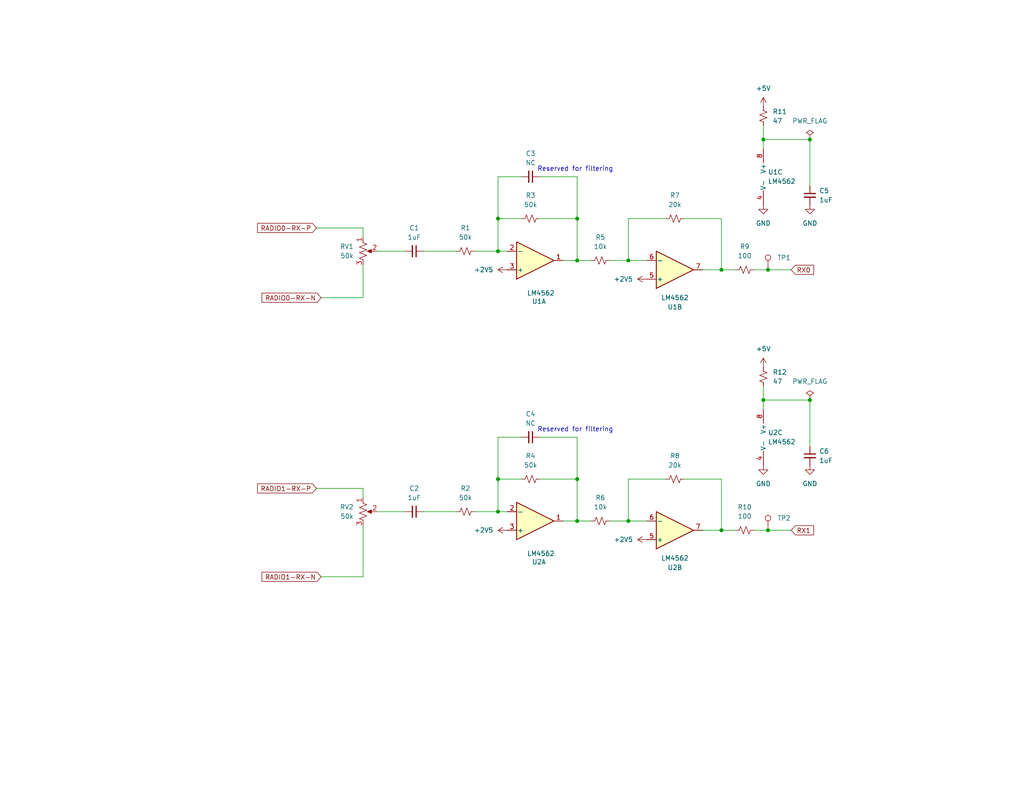
<source format=kicad_sch>
(kicad_sch (version 20231120) (generator "eeschema") (generator_version "8.0")
  (paper "USLetter")
  (title_block (title "Simple Repeater Controller") (date "2025-01-16") (rev "1") (company "KC1FSZ") (comment 1 "Copyright (C) 2025") (comment 2 "For Non-Commercial Use Only"))
  (lib_symbols
    (symbol "Amplifier_Operational:LM4562" (pin_names (offset 0.127))
      (property "Reference" "U" (at 0 5.08 0))
      (property "Value" "LM4562" (at 0 -5.08 0))
      (symbol "LM4562_1_1"
        (polyline (pts (xy -5.08 5.08) (xy 5.08 0) (xy -5.08 -5.08) (xy -5.08 5.08)) (stroke (width 0.254)) (fill (type background)))
        (pin output line (at 7.62 0 180) (length 2.54) (name "~") (number "1"))
        (pin input line (at -7.62 -2.54 0) (length 2.54) (name "-") (number "2"))
        (pin input line (at -7.62 2.54 0) (length 2.54) (name "+") (number "3"))
      )
      (symbol "LM4562_2_1"
        (polyline (pts (xy -5.08 5.08) (xy 5.08 0) (xy -5.08 -5.08) (xy -5.08 5.08)) (stroke (width 0.254)) (fill (type background)))
        (pin input line (at -7.62 2.54 0) (length 2.54) (name "+") (number "5"))
        (pin input line (at -7.62 -2.54 0) (length 2.54) (name "-") (number "6"))
        (pin output line (at 7.62 0 180) (length 2.54) (name "~") (number "7"))
      )
      (symbol "LM4562_3_1"
        (pin power_in line (at -2.54 -7.62 90) (length 3.81) (name "V-") (number "4"))
        (pin power_in line (at -2.54 7.62 270) (length 3.81) (name "V+") (number "8"))
      )
    )
    (symbol "Connector:TestPoint" (pin_numbers hide) (pin_names (offset 0.762) hide)
      (property "Reference" "TP" (at 0 6.858 0))
      (property "Value" "TestPoint" (at 0 5.08 0))
      (symbol "TestPoint_0_1"
        (circle (center 0 3.302) (radius 0.762))
      )
      (symbol "TestPoint_1_1"
        (pin passive line (at 0 0 90) (length 2.54) (name "1") (number "1"))
      )
    )
    (symbol "Device:C_Small" (pin_numbers hide) (pin_names (offset 0.254) hide)
      (property "Reference" "C" (at 0.254 1.778 0))
      (property "Value" "C_Small" (at 0.254 -2.032 0))
      (symbol "C_Small_0_1"
        (polyline (pts (xy -1.524 -0.508) (xy 1.524 -0.508)) (stroke (width 0.3302)))
        (polyline (pts (xy -1.524 0.508) (xy 1.524 0.508)) (stroke (width 0.3048)))
      )
      (symbol "C_Small_1_1"
        (pin passive line (at 0 2.54 270) (length 2.032) (name "~") (number "1"))
        (pin passive line (at 0 -2.54 90) (length 2.032) (name "~") (number "2"))
      )
    )
    (symbol "Device:R_Potentiometer_US" (pin_names (offset 1.016) hide)
      (property "Reference" "RV" (at -4.445 0 90))
      (property "Value" "R_Potentiometer_US" (at -2.54 0 90))
      (symbol "R_Potentiometer_US_0_1"
        (polyline (pts (xy 0 -2.286) (xy 0 -2.54)))
        (polyline (pts (xy 0 2.54) (xy 0 2.286)))
        (polyline (pts (xy 2.54 0) (xy 1.524 0)))
        (polyline (pts (xy 1.143 0) (xy 2.286 0.508) (xy 2.286 -0.508) (xy 1.143 0)) (fill (type outline)))
        (polyline (pts (xy 0 -0.762) (xy 1.016 -1.143) (xy 0 -1.524) (xy -1.016 -1.905) (xy 0 -2.286)))
        (polyline (pts (xy 0 0.762) (xy 1.016 0.381) (xy 0 0) (xy -1.016 -0.381) (xy 0 -0.762)))
        (polyline (pts (xy 0 2.286) (xy 1.016 1.905) (xy 0 1.524) (xy -1.016 1.143) (xy 0 0.762)))
      )
      (symbol "R_Potentiometer_US_1_1"
        (pin passive line (at 0 3.81 270) (length 1.27) (name "1") (number "1"))
        (pin passive line (at 3.81 0 180) (length 1.27) (name "2") (number "2"))
        (pin passive line (at 0 -3.81 90) (length 1.27) (name "3") (number "3"))
      )
    )
    (symbol "Device:R_Small_US" (pin_numbers hide) (pin_names (offset 0.254) hide)
      (property "Reference" "R" (at 0.762 0.508 0))
      (property "Value" "R_Small_US" (at 0.762 -1.016 0))
      (symbol "R_Small_US_1_1"
        (polyline (pts (xy 0 0) (xy 1.016 -0.381) (xy 0 -0.762) (xy -1.016 -1.143) (xy 0 -1.524)))
        (polyline (pts (xy 0 1.524) (xy 1.016 1.143) (xy 0 0.762) (xy -1.016 0.381) (xy 0 0)))
        (pin passive line (at 0 2.54 270) (length 1.016) (name "~") (number "1"))
        (pin passive line (at 0 -2.54 90) (length 1.016) (name "~") (number "2"))
      )
    )
    (symbol "power:+2V5" (power) (pin_numbers hide) (pin_names (offset 0) hide)
      (property "Value" "+2V5" (at 0 3.556 0))
      (symbol "+2V5_0_1"
        (polyline (pts (xy -0.762 1.27) (xy 0 2.54)))
        (polyline (pts (xy 0 0) (xy 0 2.54)))
        (polyline (pts (xy 0 2.54) (xy 0.762 1.27)))
      )
      (symbol "+2V5_1_1"
        (pin power_in line (at 0 0 90) (length 0) (name "~") (number "1"))
      )
    )
    (symbol "power:+5V" (power) (pin_numbers hide) (pin_names (offset 0) hide)
      (property "Value" "+5V" (at 0 3.556 0))
      (symbol "+5V_0_1"
        (polyline (pts (xy -0.762 1.27) (xy 0 2.54)))
        (polyline (pts (xy 0 0) (xy 0 2.54)))
        (polyline (pts (xy 0 2.54) (xy 0.762 1.27)))
      )
      (symbol "+5V_1_1"
        (pin power_in line (at 0 0 90) (length 0) (name "~") (number "1"))
      )
    )
    (symbol "power:GND" (power) (pin_numbers hide) (pin_names (offset 0) hide)
      (property "Value" "GND" (at 0 -3.81 0))
      (symbol "GND_0_1"
        (polyline (pts (xy 0 0) (xy 0 -1.27) (xy 1.27 -1.27) (xy 0 -2.54) (xy -1.27 -1.27) (xy 0 -1.27)))
      )
      (symbol "GND_1_1"
        (pin power_in line (at 0 0 270) (length 0) (name "~") (number "1"))
      )
    )
    (symbol "power:PWR_FLAG" (power) (pin_numbers hide) (pin_names (offset 0) hide)
      (property "Value" "PWR_FLAG" (at 0 3.81 0))
      (symbol "PWR_FLAG_0_0"
        (pin power_out line (at 0 0 90) (length 0) (name "~") (number "1"))
      )
      (symbol "PWR_FLAG_0_1"
        (polyline (pts (xy 0 0) (xy 0 1.27) (xy -1.016 1.905) (xy 0 2.54) (xy 1.016 1.905) (xy 0 1.27)))
      )
    )
  )
  (junction (at 171.45 71.12))
  (junction (at 171.45 142.24))
  (junction (at 196.85 73.66))
  (junction (at 157.48 130.81))
  (junction (at 135.89 68.58))
  (junction (at 157.48 59.69))
  (junction (at 196.85 144.78))
  (junction (at 157.48 142.24))
  (junction (at 209.55 73.66))
  (junction (at 220.98 109.22))
  (junction (at 157.48 71.12))
  (junction (at 208.28 109.22))
  (junction (at 135.89 59.69))
  (junction (at 135.89 130.81))
  (junction (at 209.55 144.78))
  (junction (at 220.98 38.1))
  (junction (at 208.28 38.1))
  (junction (at 135.89 139.7))
  (wire (pts (xy 135.89 59.69) (xy 142.24 59.69)))
  (wire (pts (xy 208.28 105.41) (xy 208.28 109.22)))
  (wire (pts (xy 186.69 130.81) (xy 196.85 130.81)))
  (wire (pts (xy 209.55 73.66) (xy 215.9 73.66)))
  (wire (pts (xy 208.28 34.29) (xy 208.28 38.1)))
  (wire (pts (xy 171.45 130.81) (xy 171.45 142.24)))
  (wire (pts (xy 157.48 71.12) (xy 161.29 71.12)))
  (wire (pts (xy 147.32 119.38) (xy 157.48 119.38)))
  (wire (pts (xy 135.89 130.81) (xy 142.24 130.81)))
  (wire (pts (xy 208.28 38.1) (xy 220.98 38.1)))
  (wire (pts (xy 142.24 48.26) (xy 135.89 48.26)))
  (wire (pts (xy 153.67 71.12) (xy 157.48 71.12)))
  (wire (pts (xy 166.37 142.24) (xy 171.45 142.24)))
  (wire (pts (xy 171.45 71.12) (xy 176.53 71.12)))
  (wire (pts (xy 142.24 119.38) (xy 135.89 119.38)))
  (wire (pts (xy 166.37 71.12) (xy 171.45 71.12)))
  (wire (pts (xy 220.98 50.8) (xy 220.98 38.1)))
  (wire (pts (xy 205.74 144.78) (xy 209.55 144.78)))
  (wire (pts (xy 196.85 144.78) (xy 200.66 144.78)))
  (wire (pts (xy 129.54 68.58) (xy 135.89 68.58)))
  (wire (pts (xy 157.48 48.26) (xy 157.48 59.69)))
  (wire (pts (xy 99.06 157.48) (xy 99.06 143.51)))
  (wire (pts (xy 191.77 73.66) (xy 196.85 73.66)))
  (wire (pts (xy 220.98 121.92) (xy 220.98 109.22)))
  (wire (pts (xy 205.74 73.66) (xy 209.55 73.66)))
  (wire (pts (xy 86.36 62.23) (xy 99.06 62.23)))
  (wire (pts (xy 208.28 109.22) (xy 220.98 109.22)))
  (wire (pts (xy 135.89 139.7) (xy 138.43 139.7)))
  (wire (pts (xy 147.32 48.26) (xy 157.48 48.26)))
  (wire (pts (xy 157.48 142.24) (xy 161.29 142.24)))
  (wire (pts (xy 186.69 59.69) (xy 196.85 59.69)))
  (wire (pts (xy 129.54 139.7) (xy 135.89 139.7)))
  (wire (pts (xy 102.87 139.7) (xy 110.49 139.7)))
  (wire (pts (xy 99.06 133.35) (xy 99.06 135.89)))
  (wire (pts (xy 196.85 59.69) (xy 196.85 73.66)))
  (wire (pts (xy 86.36 133.35) (xy 99.06 133.35)))
  (wire (pts (xy 135.89 68.58) (xy 138.43 68.58)))
  (wire (pts (xy 209.55 144.78) (xy 215.9 144.78)))
  (wire (pts (xy 157.48 119.38) (xy 157.48 130.81)))
  (wire (pts (xy 181.61 59.69) (xy 171.45 59.69)))
  (wire (pts (xy 135.89 119.38) (xy 135.89 130.81)))
  (wire (pts (xy 135.89 48.26) (xy 135.89 59.69)))
  (wire (pts (xy 87.63 81.28) (xy 99.06 81.28)))
  (wire (pts (xy 191.77 144.78) (xy 196.85 144.78)))
  (wire (pts (xy 115.57 68.58) (xy 124.46 68.58)))
  (wire (pts (xy 171.45 142.24) (xy 176.53 142.24)))
  (wire (pts (xy 87.63 157.48) (xy 99.06 157.48)))
  (wire (pts (xy 171.45 59.69) (xy 171.45 71.12)))
  (wire (pts (xy 196.85 130.81) (xy 196.85 144.78)))
  (wire (pts (xy 147.32 130.81) (xy 157.48 130.81)))
  (wire (pts (xy 208.28 38.1) (xy 208.28 40.64)))
  (wire (pts (xy 115.57 139.7) (xy 124.46 139.7)))
  (wire (pts (xy 157.48 130.81) (xy 157.48 142.24)))
  (wire (pts (xy 208.28 109.22) (xy 208.28 111.76)))
  (wire (pts (xy 135.89 59.69) (xy 135.89 68.58)))
  (wire (pts (xy 102.87 68.58) (xy 110.49 68.58)))
  (wire (pts (xy 99.06 81.28) (xy 99.06 72.39)))
  (wire (pts (xy 157.48 59.69) (xy 157.48 71.12)))
  (wire (pts (xy 196.85 73.66) (xy 200.66 73.66)))
  (wire (pts (xy 135.89 130.81) (xy 135.89 139.7)))
  (wire (pts (xy 153.67 142.24) (xy 157.48 142.24)))
  (wire (pts (xy 181.61 130.81) (xy 171.45 130.81)))
  (wire (pts (xy 99.06 62.23) (xy 99.06 64.77)))
  (wire (pts (xy 147.32 59.69) (xy 157.48 59.69)))
  (text "Reserved for filtering" (at 156.972 117.348 0) (effects (font (size 1.27 1.27))))
  (text "Reserved for filtering" (at 156.972 46.228 0) (effects (font (size 1.27 1.27))))
  (global_label "RX0" (shape input) (at 215.9 73.66 0) (property "Intersheetrefs" "${INTERSHEET_REFS}" (effects (hide yes))))
  (global_label "RADIO0-RX-P" (shape input) (at 86.36 62.23 180) (property "Intersheetrefs" "${INTERSHEET_REFS}" (effects (hide yes))))
  (global_label "RADIO1-RX-N" (shape input) (at 87.63 157.48 180) (property "Intersheetrefs" "${INTERSHEET_REFS}" (effects (hide yes))))
  (global_label "RADIO1-RX-P" (shape input) (at 86.36 133.35 180) (property "Intersheetrefs" "${INTERSHEET_REFS}" (effects (hide yes))))
  (global_label "RX1" (shape input) (at 215.9 144.78 0) (property "Intersheetrefs" "${INTERSHEET_REFS}" (effects (hide yes))))
  (global_label "RADIO0-RX-N" (shape input) (at 87.63 81.28 180) (property "Intersheetrefs" "${INTERSHEET_REFS}" (effects (hide yes))))
  (symbol (lib_id "power:+2V5") (at 138.43 144.78 90) (unit 1)
    (property "Reference" "#PWR04" (effects (hide yes)))
    (property "Value" "+2V5" (at 134.62 144.7799 90) (effects (justify left)))
    (property "Description" "Power symbol creates a global label with name \"+2V5\"" (effects (hide yes)))
  )
  (symbol (lib_id "Device:C_Small") (at 113.03 139.7 270) (unit 1)
    (property "Reference" "C2" (at 113.0236 133.35 90))
    (property "Value" "1uF" (at 113.0236 135.89 90))
    (property "Footprint" "Capacitor_SMD:C_0805_2012Metric_Pad1.18x1.45mm_HandSolder" (effects (hide yes)))
    (property "Description" "Unpolarized capacitor, small symbol" (effects (hide yes)))
  )
  (symbol (lib_id "Amplifier_Operational:LM4562") (at 184.15 73.66 0) (mirror x) (unit 2)
    (property "Reference" "U1" (at 184.15 83.82 0))
    (property "Value" "LM4562" (at 184.15 81.28 0))
    (property "Footprint" "Package_SO:SOIC-8_3.9x4.9mm_P1.27mm" (effects (hide yes)))
    (property "Datasheet" "http://www.ti.com/lit/ds/symlink/lm4562.pdf" (effects (hide yes)))
    (property "Description" "Dual High-Performance, High-Fidelity Audio Operational Amplifier, DIP-8/SOIC-8/TO-99-8" (effects (hide yes)))
  )
  (symbol (lib_id "Device:R_Potentiometer_US") (at 99.06 139.7 0) (unit 1)
    (property "Reference" "RV2" (at 96.52 138.4299 0) (effects (justify right)))
    (property "Value" "50k" (at 96.52 140.9699 0) (effects (justify right)))
    (property "Footprint" "bruce-footprints:POT_3362P" (effects (hide yes)))
    (property "Description" "Potentiometer, US symbol" (effects (hide yes)))
  )
  (symbol (lib_id "Device:R_Small_US") (at 127 139.7 90) (unit 1)
    (property "Reference" "R2" (at 127 133.35 90))
    (property "Value" "50k" (at 127 135.89 90))
    (property "Footprint" "Resistor_SMD:R_0805_2012Metric_Pad1.20x1.40mm_HandSolder" (effects (hide yes)))
    (property "Description" "Resistor, small US symbol" (effects (hide yes)))
  )
  (symbol (lib_id "Device:C_Small") (at 144.78 48.26 270) (unit 1)
    (property "Reference" "C3" (at 144.7736 41.91 90))
    (property "Value" "NC" (at 144.7736 44.45 90))
    (property "Footprint" "Capacitor_SMD:C_0805_2012Metric_Pad1.18x1.45mm_HandSolder" (effects (hide yes)))
    (property "Description" "Unpolarized capacitor, small symbol" (effects (hide yes)))
  )
  (symbol (lib_id "power:+2V5") (at 138.43 73.66 90) (unit 1)
    (property "Reference" "#PWR03" (effects (hide yes)))
    (property "Value" "+2V5" (at 134.62 73.6599 90) (effects (justify left)))
    (property "Description" "Power symbol creates a global label with name \"+2V5\"" (effects (hide yes)))
  )
  (symbol (lib_id "power:GND") (at 220.98 55.88 0) (unit 1)
    (property "Reference" "#PWR011" (effects (hide yes)))
    (property "Value" "GND" (at 220.98 60.96 0))
    (property "Description" "Power symbol creates a global label with name \"GND\" , ground" (effects (hide yes)))
  )
  (symbol (lib_id "power:+2V5") (at 176.53 147.32 90) (unit 1)
    (property "Reference" "#PWR06" (effects (hide yes)))
    (property "Value" "+2V5" (at 172.72 147.3199 90) (effects (justify left)))
    (property "Description" "Power symbol creates a global label with name \"+2V5\"" (effects (hide yes)))
  )
  (symbol (lib_id "Device:R_Small_US") (at 163.83 71.12 90) (unit 1)
    (property "Reference" "R5" (at 163.83 64.77 90))
    (property "Value" "10k" (at 163.83 67.31 90))
    (property "Footprint" "Resistor_SMD:R_0805_2012Metric_Pad1.20x1.40mm_HandSolder" (effects (hide yes)))
    (property "Description" "Resistor, small US symbol" (effects (hide yes)))
  )
  (symbol (lib_id "Connector:TestPoint") (at 209.55 73.66 0) (unit 1)
    (property "Reference" "TP1" (at 212.09 70.3579 0) (effects (justify left)))
    (property "Value" "TestPoint" (effects (hide yes)))
    (property "Footprint" "TestPoint:TestPoint_Pad_3.0x3.0mm" (effects (hide yes)))
    (property "Description" "test point" (effects (hide yes)))
  )
  (symbol (lib_id "Amplifier_Operational:LM4562") (at 184.15 144.78 0) (mirror x) (unit 2)
    (property "Reference" "U2" (at 184.15 154.94 0))
    (property "Value" "LM4562" (at 184.15 152.4 0))
    (property "Footprint" "Package_SO:SOIC-8_3.9x4.9mm_P1.27mm" (effects (hide yes)))
    (property "Datasheet" "http://www.ti.com/lit/ds/symlink/lm4562.pdf" (effects (hide yes)))
    (property "Description" "Dual High-Performance, High-Fidelity Audio Operational Amplifier, DIP-8/SOIC-8/TO-99-8" (effects (hide yes)))
  )
  (symbol (lib_id "Device:C_Small") (at 113.03 68.58 270) (unit 1)
    (property "Reference" "C1" (at 113.0236 62.23 90))
    (property "Value" "1uF" (at 113.0236 64.77 90))
    (property "Footprint" "Capacitor_SMD:C_0805_2012Metric_Pad1.18x1.45mm_HandSolder" (effects (hide yes)))
    (property "Description" "Unpolarized capacitor, small symbol" (effects (hide yes)))
  )
  (symbol (lib_id "Device:R_Small_US") (at 184.15 59.69 90) (unit 1)
    (property "Reference" "R7" (at 184.15 53.34 90))
    (property "Value" "20k" (at 184.15 55.88 90))
    (property "Footprint" "Resistor_SMD:R_0805_2012Metric_Pad1.20x1.40mm_HandSolder" (effects (hide yes)))
    (property "Description" "Resistor, small US symbol" (effects (hide yes)))
  )
  (symbol (lib_id "Amplifier_Operational:LM4562") (at 210.82 119.38 0) (unit 3)
    (property "Reference" "U2" (at 209.55 118.1099 0) (effects (justify left)))
    (property "Value" "LM4562" (at 209.55 120.6499 0) (effects (justify left)))
    (property "Footprint" "Package_SO:SOIC-8_3.9x4.9mm_P1.27mm" (effects (hide yes)))
    (property "Datasheet" "http://www.ti.com/lit/ds/symlink/lm4562.pdf" (effects (hide yes)))
    (property "Description" "Dual High-Performance, High-Fidelity Audio Operational Amplifier, DIP-8/SOIC-8/TO-99-8" (effects (hide yes)))
  )
  (symbol (lib_id "Device:R_Small_US") (at 208.28 31.75 0) (unit 1)
    (property "Reference" "R11" (at 210.82 30.4799 0) (effects (justify left)))
    (property "Value" "47" (at 210.82 33.0199 0) (effects (justify left)))
    (property "Footprint" "Resistor_SMD:R_0805_2012Metric_Pad1.20x1.40mm_HandSolder" (effects (hide yes)))
    (property "Description" "Resistor, small US symbol" (effects (hide yes)))
  )
  (symbol (lib_id "Device:R_Small_US") (at 144.78 59.69 90) (unit 1)
    (property "Reference" "R3" (at 144.78 53.34 90))
    (property "Value" "50k" (at 144.78 55.88 90))
    (property "Footprint" "Resistor_SMD:R_0805_2012Metric_Pad1.20x1.40mm_HandSolder" (effects (hide yes)))
    (property "Description" "Resistor, small US symbol" (effects (hide yes)))
  )
  (symbol (lib_id "Device:R_Small_US") (at 208.28 102.87 0) (unit 1)
    (property "Reference" "R12" (at 210.82 101.5999 0) (effects (justify left)))
    (property "Value" "47" (at 210.82 104.1399 0) (effects (justify left)))
    (property "Footprint" "Resistor_SMD:R_0805_2012Metric_Pad1.20x1.40mm_HandSolder" (effects (hide yes)))
    (property "Description" "Resistor, small US symbol" (effects (hide yes)))
  )
  (symbol (lib_id "power:+2V5") (at 176.53 76.2 90) (unit 1)
    (property "Reference" "#PWR05" (effects (hide yes)))
    (property "Value" "+2V5" (at 172.72 76.1999 90) (effects (justify left)))
    (property "Description" "Power symbol creates a global label with name \"+2V5\"" (effects (hide yes)))
  )
  (symbol (lib_id "Device:R_Small_US") (at 203.2 73.66 90) (unit 1)
    (property "Reference" "R9" (at 203.2 67.31 90))
    (property "Value" "100" (at 203.2 69.85 90))
    (property "Footprint" "Resistor_SMD:R_0805_2012Metric_Pad1.20x1.40mm_HandSolder" (effects (hide yes)))
    (property "Description" "Resistor, small US symbol" (effects (hide yes)))
  )
  (symbol (lib_id "Device:C_Small") (at 220.98 53.34 0) (unit 1)
    (property "Reference" "C5" (at 223.52 52.0762 0) (effects (justify left)))
    (property "Value" "1uF" (at 223.52 54.6162 0) (effects (justify left)))
    (property "Footprint" "Capacitor_SMD:C_0805_2012Metric_Pad1.18x1.45mm_HandSolder" (effects (hide yes)))
    (property "Description" "Unpolarized capacitor, small symbol" (effects (hide yes)))
  )
  (symbol (lib_id "power:+5V") (at 208.28 100.33 0) (unit 1)
    (property "Reference" "#PWR09" (effects (hide yes)))
    (property "Value" "+5V" (at 208.28 95.25 0))
    (property "Description" "Power symbol creates a global label with name \"+5V\"" (effects (hide yes)))
  )
  (symbol (lib_id "power:+5V") (at 208.28 29.21 0) (unit 1)
    (property "Reference" "#PWR07" (effects (hide yes)))
    (property "Value" "+5V" (at 208.28 24.13 0))
    (property "Description" "Power symbol creates a global label with name \"+5V\"" (effects (hide yes)))
  )
  (symbol (lib_id "power:GND") (at 220.98 127 0) (unit 1)
    (property "Reference" "#PWR012" (effects (hide yes)))
    (property "Value" "GND" (at 220.98 132.08 0))
    (property "Description" "Power symbol creates a global label with name \"GND\" , ground" (effects (hide yes)))
  )
  (symbol (lib_id "Connector:TestPoint") (at 209.55 144.78 0) (unit 1)
    (property "Reference" "TP2" (at 212.09 141.4779 0) (effects (justify left)))
    (property "Value" "TestPoint" (effects (hide yes)))
    (property "Footprint" "TestPoint:TestPoint_Pad_3.0x3.0mm" (effects (hide yes)))
    (property "Description" "test point" (effects (hide yes)))
  )
  (symbol (lib_id "Device:C_Small") (at 220.98 124.46 0) (unit 1)
    (property "Reference" "C6" (at 223.52 123.1962 0) (effects (justify left)))
    (property "Value" "1uF" (at 223.52 125.7362 0) (effects (justify left)))
    (property "Footprint" "Capacitor_SMD:C_0805_2012Metric_Pad1.18x1.45mm_HandSolder" (effects (hide yes)))
    (property "Description" "Unpolarized capacitor, small symbol" (effects (hide yes)))
  )
  (symbol (lib_id "Device:R_Small_US") (at 127 68.58 90) (unit 1)
    (property "Reference" "R1" (at 127 62.23 90))
    (property "Value" "50k" (at 127 64.77 90))
    (property "Footprint" "Resistor_SMD:R_0805_2012Metric_Pad1.20x1.40mm_HandSolder" (effects (hide yes)))
    (property "Description" "Resistor, small US symbol" (effects (hide yes)))
  )
  (symbol (lib_id "power:GND") (at 208.28 55.88 0) (unit 1)
    (property "Reference" "#PWR08" (effects (hide yes)))
    (property "Value" "GND" (at 208.28 60.96 0))
    (property "Description" "Power symbol creates a global label with name \"GND\" , ground" (effects (hide yes)))
  )
  (symbol (lib_id "Amplifier_Operational:LM4562") (at 146.05 71.12 0) (mirror x) (unit 1)
    (property "Reference" "U1" (at 147.066 82.296 0))
    (property "Value" "LM4562" (at 147.574 80.01 0))
    (property "Footprint" "Package_SO:SOIC-8_3.9x4.9mm_P1.27mm" (effects (hide yes)))
    (property "Datasheet" "http://www.ti.com/lit/ds/symlink/lm4562.pdf" (effects (hide yes)))
    (property "Description" "Dual High-Performance, High-Fidelity Audio Operational Amplifier, DIP-8/SOIC-8/TO-99-8" (effects (hide yes)))
  )
  (symbol (lib_id "Amplifier_Operational:LM4562") (at 146.05 142.24 0) (mirror x) (unit 1)
    (property "Reference" "U2" (at 147.066 153.416 0))
    (property "Value" "LM4562" (at 147.574 151.13 0))
    (property "Footprint" "Package_SO:SOIC-8_3.9x4.9mm_P1.27mm" (effects (hide yes)))
    (property "Datasheet" "http://www.ti.com/lit/ds/symlink/lm4562.pdf" (effects (hide yes)))
    (property "Description" "Dual High-Performance, High-Fidelity Audio Operational Amplifier, DIP-8/SOIC-8/TO-99-8" (effects (hide yes)))
  )
  (symbol (lib_id "power:GND") (at 208.28 127 0) (unit 1)
    (property "Reference" "#PWR010" (effects (hide yes)))
    (property "Value" "GND" (at 208.28 132.08 0))
    (property "Description" "Power symbol creates a global label with name \"GND\" , ground" (effects (hide yes)))
  )
  (symbol (lib_id "Device:R_Small_US") (at 163.83 142.24 90) (unit 1)
    (property "Reference" "R6" (at 163.83 135.89 90))
    (property "Value" "10k" (at 163.83 138.43 90))
    (property "Footprint" "Resistor_SMD:R_0805_2012Metric_Pad1.20x1.40mm_HandSolder" (effects (hide yes)))
    (property "Description" "Resistor, small US symbol" (effects (hide yes)))
  )
  (symbol (lib_id "Device:R_Small_US") (at 144.78 130.81 90) (unit 1)
    (property "Reference" "R4" (at 144.78 124.46 90))
    (property "Value" "50k" (at 144.78 127 90))
    (property "Footprint" "Resistor_SMD:R_0805_2012Metric_Pad1.20x1.40mm_HandSolder" (effects (hide yes)))
    (property "Description" "Resistor, small US symbol" (effects (hide yes)))
  )
  (symbol (lib_id "Device:R_Small_US") (at 184.15 130.81 90) (unit 1)
    (property "Reference" "R8" (at 184.15 124.46 90))
    (property "Value" "20k" (at 184.15 127 90))
    (property "Footprint" "Resistor_SMD:R_0805_2012Metric_Pad1.20x1.40mm_HandSolder" (effects (hide yes)))
    (property "Description" "Resistor, small US symbol" (effects (hide yes)))
  )
  (symbol (lib_id "power:PWR_FLAG") (at 220.98 109.22 0) (unit 1)
    (property "Reference" "#FLG06" (effects (hide yes)))
    (property "Value" "PWR_FLAG" (at 220.98 104.14 0))
    (property "Description" "Special symbol for telling ERC where power comes from" (effects (hide yes)))
  )
  (symbol (lib_id "Device:C_Small") (at 144.78 119.38 270) (unit 1)
    (property "Reference" "C4" (at 144.7736 113.03 90))
    (property "Value" "NC" (at 144.7736 115.57 90))
    (property "Footprint" "Capacitor_SMD:C_0805_2012Metric_Pad1.18x1.45mm_HandSolder" (effects (hide yes)))
    (property "Description" "Unpolarized capacitor, small symbol" (effects (hide yes)))
  )
  (symbol (lib_id "Device:R_Small_US") (at 203.2 144.78 90) (unit 1)
    (property "Reference" "R10" (at 203.2 138.43 90))
    (property "Value" "100" (at 203.2 140.97 90))
    (property "Footprint" "Resistor_SMD:R_0805_2012Metric_Pad1.20x1.40mm_HandSolder" (effects (hide yes)))
    (property "Description" "Resistor, small US symbol" (effects (hide yes)))
  )
  (symbol (lib_id "power:PWR_FLAG") (at 220.98 38.1 0) (unit 1)
    (property "Reference" "#FLG05" (effects (hide yes)))
    (property "Value" "PWR_FLAG" (at 220.98 33.02 0))
    (property "Description" "Special symbol for telling ERC where power comes from" (effects (hide yes)))
  )
  (symbol (lib_id "Amplifier_Operational:LM4562") (at 210.82 48.26 0) (unit 3)
    (property "Reference" "U1" (at 209.55 46.9899 0) (effects (justify left)))
    (property "Value" "LM4562" (at 209.55 49.5299 0) (effects (justify left)))
    (property "Footprint" "Package_SO:SOIC-8_3.9x4.9mm_P1.27mm" (effects (hide yes)))
    (property "Datasheet" "http://www.ti.com/lit/ds/symlink/lm4562.pdf" (effects (hide yes)))
    (property "Description" "Dual High-Performance, High-Fidelity Audio Operational Amplifier, DIP-8/SOIC-8/TO-99-8" (effects (hide yes)))
  )
  (symbol (lib_id "Device:R_Potentiometer_US") (at 99.06 68.58 0) (unit 1)
    (property "Reference" "RV1" (at 96.52 67.3099 0) (effects (justify right)))
    (property "Value" "50k" (at 96.52 69.8499 0) (effects (justify right)))
    (property "Footprint" "bruce-footprints:POT_3362P" (effects (hide yes)))
    (property "Description" "Potentiometer, US symbol" (effects (hide yes)))
  )
)
</source>
